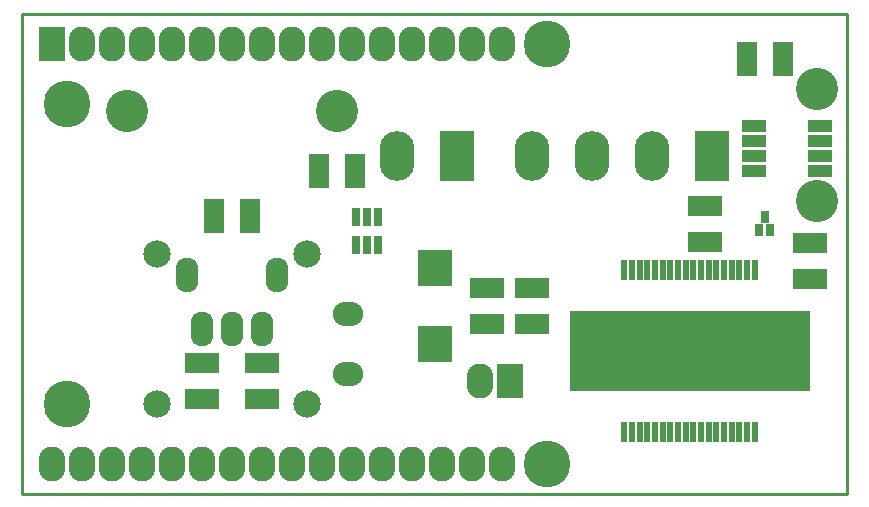
<source format=gbs>
G04 #@! TF.FileFunction,Soldermask,Bot*
%FSLAX46Y46*%
G04 Gerber Fmt 4.6, Leading zero omitted, Abs format (unit mm)*
G04 Created by KiCad (PCBNEW 4.1.0-alpha+201608211231+7083~46~ubuntu16.04.1-product) date Wed Aug 24 14:24:17 2016*
%MOMM*%
%LPD*%
G01*
G04 APERTURE LIST*
%ADD10C,0.100000*%
%ADD11C,0.228600*%
%ADD12R,2.940000X1.670000*%
%ADD13O,2.559000X2.051000*%
%ADD14O,2.254200X2.940000*%
%ADD15R,2.254200X2.940000*%
%ADD16C,3.956000*%
%ADD17R,2.950000X3.170000*%
%ADD18R,1.670000X2.940000*%
%ADD19R,2.940000X4.210000*%
%ADD20O,2.940000X4.210000*%
%ADD21C,3.575000*%
%ADD22R,0.480000X1.800000*%
%ADD23R,20.400000X6.800000*%
%ADD24R,0.800000X1.050000*%
%ADD25R,2.150000X1.050000*%
%ADD26R,0.762000X1.534160*%
%ADD27O,1.924000X2.940000*%
%ADD28C,2.305000*%
G04 APERTURE END LIST*
D10*
D11*
X143510000Y-79375000D02*
X73660000Y-79375000D01*
X143510000Y-120015000D02*
X143510000Y-79375000D01*
X73660000Y-120015000D02*
X143510000Y-120015000D01*
X73660000Y-79375000D02*
X73660000Y-120015000D01*
D12*
X116840000Y-102616000D03*
X116840000Y-105664000D03*
X113030000Y-102616000D03*
X113030000Y-105664000D03*
D13*
X101244400Y-104775000D03*
X101244400Y-109855000D03*
D14*
X78740000Y-81915000D03*
X81280000Y-81915000D03*
D15*
X76200000Y-81915000D03*
D14*
X83820000Y-81915000D03*
X86360000Y-81915000D03*
X88900000Y-81915000D03*
X91440000Y-81915000D03*
X93980000Y-81915000D03*
X96520000Y-81915000D03*
X99060000Y-81915000D03*
X101600000Y-81915000D03*
X104140000Y-81915000D03*
X106680000Y-81915000D03*
X109220000Y-81915000D03*
X111760000Y-81915000D03*
X114300000Y-81915000D03*
X114300000Y-117475000D03*
X111760000Y-117475000D03*
X109220000Y-117475000D03*
X106680000Y-117475000D03*
X104140000Y-117475000D03*
X101600000Y-117475000D03*
X99060000Y-117475000D03*
X96520000Y-117475000D03*
X93980000Y-117475000D03*
X91440000Y-117475000D03*
X88900000Y-117475000D03*
X86360000Y-117475000D03*
X83820000Y-117475000D03*
X81280000Y-117475000D03*
X78740000Y-117475000D03*
X76200000Y-117475000D03*
D16*
X77470000Y-86995000D03*
X77470000Y-112395000D03*
X118110000Y-117475000D03*
X118110000Y-81915000D03*
D17*
X108585000Y-100920000D03*
X108585000Y-107360000D03*
D18*
X92964000Y-96520000D03*
X89916000Y-96520000D03*
D12*
X131445000Y-98679000D03*
X131445000Y-95631000D03*
X140335000Y-98806000D03*
X140335000Y-101854000D03*
D18*
X135001000Y-83185000D03*
X138049000Y-83185000D03*
X101854000Y-92710000D03*
X98806000Y-92710000D03*
D12*
X88900000Y-108966000D03*
X88900000Y-112014000D03*
X93980000Y-108966000D03*
X93980000Y-112014000D03*
D14*
X112395000Y-110490000D03*
D15*
X114935000Y-110490000D03*
D19*
X132080000Y-91440000D03*
D20*
X127000000Y-91440000D03*
X121920000Y-91440000D03*
X116840000Y-91440000D03*
D19*
X110490000Y-91440000D03*
D20*
X105410000Y-91440000D03*
D21*
X82550000Y-87630000D03*
X100330000Y-87630000D03*
X140970000Y-95250000D03*
X140970000Y-85725000D03*
D22*
X124650000Y-101067500D03*
X125300000Y-101067500D03*
X125950000Y-101067500D03*
X126600000Y-101067500D03*
X127250000Y-101067500D03*
X127900000Y-101067500D03*
X128550000Y-101067500D03*
X129200000Y-101067500D03*
X129850000Y-101067500D03*
X130500000Y-101067500D03*
X131150000Y-101067500D03*
X131800000Y-101067500D03*
X132450000Y-101067500D03*
X133100000Y-101067500D03*
X133750000Y-101067500D03*
X134400000Y-101067500D03*
X135050000Y-101067500D03*
X135700000Y-101067500D03*
X135700000Y-114832500D03*
X135050000Y-114832500D03*
X134400000Y-114832500D03*
X133750000Y-114832500D03*
X133100000Y-114832500D03*
X132450000Y-114832500D03*
X131800000Y-114832500D03*
X131150000Y-114832500D03*
X130500000Y-114832500D03*
X129850000Y-114832500D03*
X129200000Y-114832500D03*
X128550000Y-114832500D03*
X127900000Y-114832500D03*
X127250000Y-114832500D03*
X126600000Y-114832500D03*
X125950000Y-114832500D03*
X125300000Y-114832500D03*
X124650000Y-114832500D03*
D23*
X130175000Y-107950000D03*
D24*
X137025000Y-97730000D03*
X136025000Y-97730000D03*
X136525000Y-96580000D03*
D25*
X135630000Y-92710000D03*
X135630000Y-91440000D03*
X135630000Y-90170000D03*
X135630000Y-88900000D03*
X141230000Y-88900000D03*
X141230000Y-90170000D03*
X141230000Y-91440000D03*
X141230000Y-92710000D03*
D26*
X103819960Y-98988880D03*
X102870000Y-98988880D03*
X101920040Y-98988880D03*
X101920040Y-96591120D03*
X102870000Y-96591120D03*
X103819960Y-96591120D03*
D27*
X88900000Y-106045000D03*
X91440000Y-106045000D03*
X93980000Y-106045000D03*
X87630000Y-101549200D03*
X95250000Y-101549200D03*
D28*
X85090000Y-99695000D03*
X97790000Y-99695000D03*
X97790000Y-112395000D03*
X85090000Y-112395000D03*
M02*

</source>
